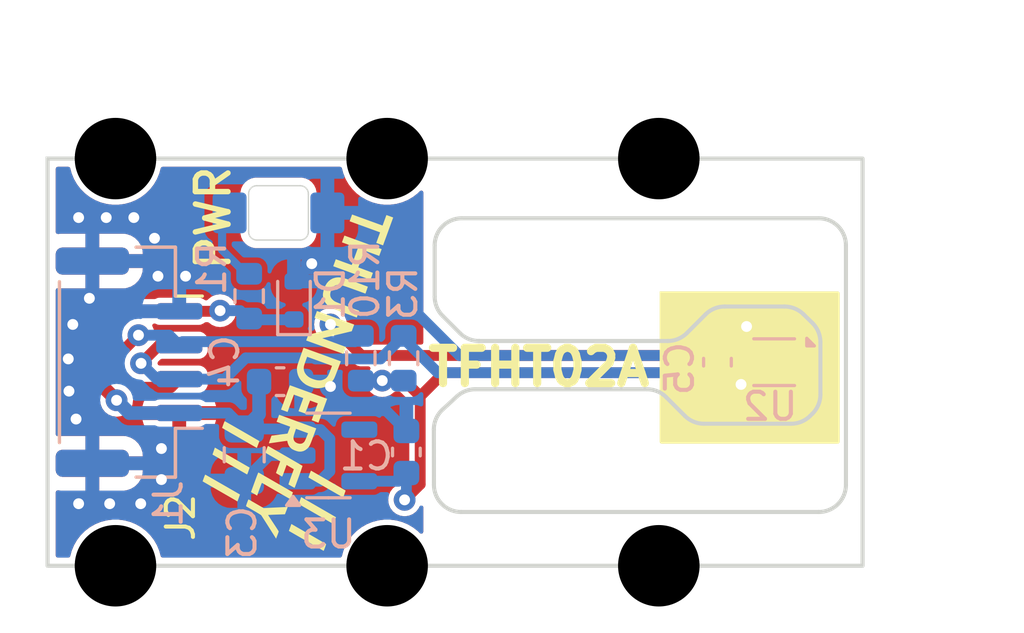
<source format=kicad_pcb>
(kicad_pcb (version 20240108) (generator "pcbnew") (generator_version "8.0")
  (title_block (title "TFHT02A") (date "%d. %m. %Y") (company "ThunderFly s.r.o.") (comment 1 "UAV Humidity and Temperature \\n sensor \\n ") (comment 2 "kaklik  <info@thunderfly.cz>"))
  (layers (0 "F.Cu" jumper) (31 "B.Cu" signal) (34 "B.Paste" user) (35 "F.Paste" user) (36 "B.SilkS" user "B.Silkscreen") (37 "F.SilkS" user "F.Silkscreen") (38 "B.Mask" user) (39 "F.Mask" user) (44 "Edge.Cuts" user))
  (net 0 "")
  (net 1 "GND")
  (net 2 "Net-(D2-A)")
  (net 3 "+3V3")
  (net 4 "+5V")
  (net 5 "/SDA")
  (net 6 "/SCL")
  (footprint "MLAB_LOGA:TF 14x6,6" (layer "F.Cu") (at 142.481 112.892 -110)
    (property "Reference" "G***" (hide yes))
    (property "Value" "LOGO" (hide yes))
    (fp_poly (pts (xy -5.124078 -0.46833) (xy -5.53731 -0.468329) (xy -5.537311 0.725452) (xy -5.803615 0.725453) (xy -5.803615 -0.46833) (xy -6.216847 -0.468329) (xy -6.216847 -0.734635) (xy -5.124078 -0.734635)) (fill solid) (layer "F.SilkS"))
    (fp_poly (pts (xy 1.827405 -0.46833) (xy 1.166232 -0.46833) (xy 1.166233 -0.165583) (xy 1.421061 -0.163142) (xy 1.675886 -0.160701) (xy 1.680982 0.101013) (xy 1.166233 0.101014) (xy 1.166234 0.46833) (xy 1.845771 0.46833) (xy 1.845771 0.725452) (xy 0.890744 0.725452) (xy 0.890746 -0.734635) (xy 1.827405 -0.734635)) (fill solid) (layer "F.SilkS"))
    (fp_poly (pts (xy -3.774186 0.725452) (xy -4.049674 0.725452) (xy -4.049674 0.101013) (xy -4.710846 0.101013) (xy -4.710845 0.725452) (xy -4.977151 0.725451) (xy -4.977151 -0.734635) (xy -4.710846 -0.734635) (xy -4.710847 -0.156111) (xy -4.049936 -0.15611) (xy -4.04751 -0.443076) (xy -4.045083 -0.730044) (xy -3.909633 -0.732584) (xy -3.774185 -0.735126)) (fill solid) (layer "F.SilkS"))
    (fp_poly (pts (xy -0.867787 -0.730042) (xy -0.865436 -0.002296) (xy -0.863085 0.725452) (xy -1.092751 0.725452) (xy -1.42105 0.232977) (xy -1.749349 -0.259499) (xy -1.751724 0.232976) (xy -1.7541 0.725453) (xy -2.020245 0.725451) (xy -2.020245 -0.734636) (xy -1.889389 -0.734629) (xy -1.758532 -0.734625) (xy -1.450903 -0.269535) (xy -1.143275 0.195556) (xy -1.140895 -0.269785) (xy -1.138516 -0.735125)) (fill solid) (layer "F.SilkS"))
    (fp_poly (pts (xy 4.476585 1.076238) (xy 4.501275 1.07799) (xy 4.514239 1.081184) (xy 4.517706 1.085637) (xy 4.516099 1.096323) (xy 4.511539 1.123703) (xy 4.504267 1.166389) (xy 4.494523 1.222991) (xy 4.482549 1.292117) (xy 4.468587 1.37238) (xy 4.452878 1.462386) (xy 4.435664 1.560745) (xy 4.417186 1.666071) (xy 4.397686 1.77697) (xy 4.39123 1.81363) (xy 4.265055 2.5299) (xy 3.992879 2.534991) (xy 3.998826 2.500305) (xy 4.001344 2.485849) (xy 4.006781 2.454782) (xy 4.014878 2.408578) (xy 4.025378 2.348718) (xy 4.038019 2.276675) (xy 4.052545 2.193927) (xy 4.068694 2.101951) (xy 4.086209 2.002224) (xy 4.104829 1.896223) (xy 4.124295 1.785421) (xy 4.1266 1.772307) (xy 4.248424 1.078995) (xy 4.383213 1.076454) (xy 4.437968 1.075777)) (fill solid) (layer "F.SilkS"))
    (fp_poly (pts (xy 4.100543 -2.500304) (xy 4.098027 -2.485849) (xy 4.092589 -2.454783) (xy 4.084487 -2.40858) (xy 4.073981 -2.348721) (xy 4.06133 -2.276679) (xy 4.046793 -2.193935) (xy 4.030631 -2.101961) (xy 4.013102 -2.002236) (xy 3.994467 -1.896237) (xy 3.97498 -1.785438) (xy 3.972671 -1.772306) (xy 3.850727 -1.078995) (xy 3.716037 -1.076453) (xy 3.661304 -1.075775) (xy 3.622706 -1.076238) (xy 3.598035 -1.077992) (xy 3.585088 -1.081191) (xy 3.581637 -1.085636) (xy 3.583238 -1.096323) (xy 3.587796 -1.123703) (xy 3.595062 -1.16639) (xy 3.604797 -1.222993) (xy 3.616762 -1.292121) (xy 3.630713 -1.372383) (xy 3.646411 -1.462391) (xy 3.663612 -1.560753) (xy 3.682076 -1.66608) (xy 3.701562 -1.776981) (xy 3.708012 -1.81363) (xy 3.834098 -2.529898) (xy 4.106473 -2.534991)) (fill solid) (layer "F.SilkS"))
    (fp_poly (pts (xy 4.950769 -2.53329) (xy 4.995634 -2.532793) (xy 5.015489 -2.532447) (xy 5.148212 -2.529899) (xy 5.031054 -1.864136) (xy 5.01172 -1.754243) (xy 4.993097 -1.648327) (xy 4.975461 -1.547979) (xy 4.959095 -1.454791) (xy 4.944275 -1.370355) (xy 4.931282 -1.296262) (xy 4.920395 -1.234103) (xy 4.911893 -1.185472) (xy 4.906056 -1.15196) (xy 4.903371 -1.136388) (xy 4.892845 -1.074403) (xy 4.618666 -1.074403) (xy 4.623624 -1.095066) (xy 4.625964 -1.107203) (xy 4.631219 -1.136009) (xy 4.639135 -1.180058) (xy 4.649462 -1.237923) (xy 4.661945 -1.308183) (xy 4.676332 -1.389414) (xy 4.692371 -1.48019) (xy 4.70981 -1.579086) (xy 4.728396 -1.684681) (xy 4.747875 -1.795549) (xy 4.752562 -1.822249) (xy 4.772139 -1.933632) (xy 4.790843 -2.039692) (xy 4.808427 -2.139048) (xy 4.824644 -2.230329) (xy 4.839248 -2.312149) (xy 4.851991 -2.383131) (xy 4.862625 -2.4419) (xy 4.870906 -2.487075) (xy 4.876584 -2.517278) (xy 4.879415 -2.531129) (xy 4.879655 -2.531884) (xy 4.889445 -2.532823) (xy 4.914261 -2.533295)) (fill solid) (layer "F.SilkS"))
    (fp_poly (pts (xy 5.569734 1.095065) (xy 5.567438 1.107256) (xy 5.562241 1.13609) (xy 5.554401 1.180118) (xy 5.544173 1.237891) (xy 5.531812 1.30796) (xy 5.517571 1.388874) (xy 5.501711 1.479186) (xy 5.484484 1.577445) (xy 5.466142 1.682201) (xy 5.446946 1.792007) (xy 5.445574 1.799856) (xy 5.426306 1.910101) (xy 5.407861 2.015504) (xy 5.390497 2.114602) (xy 5.374471 2.205933) (xy 5.36004 2.288036) (xy 5.347463 2.359447) (xy 5.336996 2.418706) (xy 5.328896 2.46435) (xy 5.323421 2.494917) (xy 5.320826 2.508943) (xy 5.320767 2.509237) (xy 5.31546 2.534491) (xy 5.183037 2.534491) (xy 5.127906 2.534071) (xy 5.089113 2.532697) (xy 5.06465 2.530194) (xy 5.052515 2.526389) (xy 5.050275 2.523013) (xy 5.051772 2.512367) (xy 5.056216 2.485022) (xy 5.063365 2.442365) (xy 5.072982 2.385781) (xy 5.084828 2.31666) (xy 5.098665 2.236388) (xy 5.114251 2.146353) (xy 5.131351 2.047942) (xy 5.149725 1.942544) (xy 5.169134 1.831544) (xy 5.175893 1.792969) (xy 5.30185 1.074404) (xy 5.574392 1.074404)) (fill solid) (layer "F.SilkS"))
    (fp_poly (pts (xy 3.279489 1.075573) (xy 3.324327 1.076094) (xy 3.344383 1.076447) (xy 3.477293 1.078995) (xy 3.364404 1.7218) (xy 3.345295 1.830586) (xy 3.326772 1.935991) (xy 3.309131 2.036315) (xy 3.292676 2.12986) (xy 3.277702 2.214923) (xy 3.264512 2.289806) (xy 3.253403 2.352806) (xy 3.244676 2.402224) (xy 3.23863 2.43636) (xy 3.236278 2.449548) (xy 3.221043 2.534491) (xy 3.088974 2.534491) (xy 3.037352 2.534384) (xy 3.001305 2.533794) (xy 2.978036 2.5323) (xy 2.964754 2.529489) (xy 2.958663 2.524948) (xy 2.956975 2.518257) (xy 2.956906 2.514868) (xy 2.958446 2.5032) (xy 2.962874 2.475318) (xy 2.969896 2.432886) (xy 2.979221 2.377574) (xy 2.990558 2.311043) (xy 3.003616 2.234961) (xy 3.018103 2.150994) (xy 3.033727 2.060808) (xy 3.050196 1.966068) (xy 3.06722 1.86844) (xy 3.084507 1.76959) (xy 3.101765 1.671184) (xy 3.118702 1.574886) (xy 3.135028 1.482364) (xy 3.150448 1.395283) (xy 3.164675 1.315308) (xy 3.177415 1.244105) (xy 3.188377 1.183341) (xy 3.197269 1.13468) (xy 3.2038 1.099789) (xy 3.207676 1.080333) (xy 3.208609 1.076762) (xy 3.218307 1.075912) (xy 3.243041 1.075514)) (fill solid) (layer "F.SilkS"))
    (fp_poly (pts (xy 6.112598 -2.534043) (xy 6.152429 -2.532809) (xy 6.181749 -2.53096) (xy 6.197316 -2.528661) (xy 6.19897 -2.527603) (xy 6.1975 -2.517692) (xy 6.193088 -2.491063) (xy 6.185974 -2.449088) (xy 6.176397 -2.393139) (xy 6.164589 -2.324586) (xy 6.15079 -2.244801) (xy 6.135236 -2.155156) (xy 6.118164 -2.057022) (xy 6.099812 -1.951771) (xy 6.080414 -1.840772) (xy 6.07285 -1.797559) (xy 5.946244 -1.074403) (xy 5.673595 -1.074403) (xy 5.678876 -1.099657) (xy 5.681278 -1.112601) (xy 5.686576 -1.142173) (xy 5.694515 -1.186917) (xy 5.704837 -1.245367) (xy 5.717286 -1.316061) (xy 5.731605 -1.397538) (xy 5.747534 -1.488335) (xy 5.764818 -1.58699) (xy 5.7832 -1.69204) (xy 5.802423 -1.802027) (xy 5.803647 -1.809038) (xy 5.822893 -1.919143) (xy 5.841301 -2.024302) (xy 5.858615 -2.123064) (xy 5.874582 -2.213981) (xy 5.888945 -2.295601) (xy 5.90145 -2.366476) (xy 5.911839 -2.425158) (xy 5.91986 -2.470197) (xy 5.925255 -2.500143) (xy 5.92777 -2.513547) (xy 5.927832 -2.513828) (xy 5.930312 -2.521882) (xy 5.935403 -2.527514) (xy 5.945989 -2.531157) (xy 5.964956 -2.53324) (xy 5.995192 -2.534203) (xy 6.039582 -2.534477) (xy 6.065504 -2.53449)) (fill solid) (layer "F.SilkS"))
    (fp_poly (pts (xy 4.782628 -0.732828) (xy 4.812325 -0.73184) (xy 4.828337 -0.730216) (xy 4.830225 -0.729277) (xy 4.828674 -0.718833) (xy 4.824242 -0.692159) (xy 4.817249 -0.651107) (xy 4.808025 -0.597531) (xy 4.796895 -0.533283) (xy 4.784184 -0.460217) (xy 4.770219 -0.380185) (xy 4.755322 -0.295038) (xy 4.739823 -0.206633) (xy 4.724046 -0.116821) (xy 4.708315 -0.027454) (xy 4.692958 0.059613) (xy 4.678299 0.142528) (xy 4.664666 0.219439) (xy 4.652382 0.288493) (xy 4.641774 0.347835) (xy 4.633168 0.395614) (xy 4.626889 0.429976) (xy 4.623263 0.449071) (xy 4.622563 0.45226) (xy 4.622162 0.457009) (xy 4.62543 0.460719) (xy 4.634327 0.463519) (xy 4.650813 0.465539) (xy 4.67685 0.4669) (xy 4.714398 0.467734) (xy 4.765418 0.468163) (xy 4.831872 0.468318) (xy 4.871104 0.46833) (xy 5.124428 0.468329) (xy 5.119955 0.488992) (xy 5.116411 0.507125) (xy 5.110771 0.537901) (xy 5.104027 0.575855) (xy 5.10116 0.592301) (xy 5.094143 0.63237) (xy 5.087727 0.66824) (xy 5.082959 0.694091) (xy 5.081771 0.700199) (xy 5.076704 0.725453) (xy 4.69175 0.725452) (xy 4.593627 0.725342) (xy 4.512522 0.724983) (xy 4.447088 0.724338) (xy 4.395976 0.723365) (xy 4.35784 0.722022) (xy 4.331334 0.720273) (xy 4.31511 0.718076) (xy 4.307821 0.715387) (xy 4.307097 0.713974) (xy 4.308703 0.703328) (xy 4.313262 0.675985) (xy 4.320534 0.633335) (xy 4.330277 0.576769) (xy 4.342251 0.507676) (xy 4.356212 0.427445) (xy 4.37192 0.337464) (xy 4.389133 0.239125) (xy 4.40761 0.133816) (xy 4.427109 0.022927) (xy 4.433572 -0.013774) (xy 4.559746 -0.730043) (xy 4.694986 -0.732584) (xy 4.742447 -0.733103)) (fill solid) (layer "F.SilkS"))
    (fp_poly (pts (xy -0.245643 -0.732135) (xy -0.15679 -0.730814) (xy -0.084079 -0.729494) (xy -0.025287 -0.728039) (xy 0.021811 -0.72632) (xy 0.059436 -0.724206) (xy 0.089814 -0.721561) (xy 0.115167 -0.718254) (xy 0.137719 -0.714156) (xy 0.159692 -0.709133) (xy 0.165293 -0.707733) (xy 0.274807 -0.671415) (xy 0.372725 -0.62111) (xy 0.45846 -0.557398) (xy 0.531424 -0.480854) (xy 0.591029 -0.392058) (xy 0.636687 -0.291585) (xy 0.657718 -0.223746) (xy 0.674081 -0.138423) (xy 0.682268 -0.04402) (xy 0.682204 0.052677) (xy 0.673816 0.144878) (xy 0.662205 0.206245) (xy 0.627451 0.313968) (xy 0.578341 0.411575) (xy 0.51575 0.497946) (xy 0.440558 0.571964) (xy 0.353641 0.632509) (xy 0.30948 0.655759) (xy 0.277146 0.671003) (xy 0.24847 0.683599) (xy 0.221295 0.69382) (xy 0.193463 0.701939) (xy 0.162819 0.708229) (xy 0.127205 0.712962) (xy 0.084464 0.716411) (xy 0.032439 0.718849) (xy -0.031025 0.720549) (xy -0.108086 0.721783) (xy -0.200901 0.722823) (xy -0.222685 0.723043) (xy -0.578524 0.726619) (xy -0.578523 0.486696) (xy -0.312219 0.486696) (xy -0.142787 0.486696) (xy -0.084937 0.48613) (xy -0.029878 0.484561) (xy 0.01832 0.482179) (xy 0.055594 0.479181) (xy 0.075307 0.476363) (xy 0.153468 0.450926) (xy 0.221789 0.410324) (xy 0.279513 0.355358) (xy 0.325886 0.286826) (xy 0.360147 0.205526) (xy 0.371722 0.163675) (xy 0.380774 0.107602) (xy 0.385203 0.040431) (xy 0.385084 -0.031182) (xy 0.380494 -0.100581) (xy 0.371506 -0.161111) (xy 0.367884 -0.176854) (xy 0.348725 -0.240423) (xy 0.325818 -0.291709) (xy 0.295974 -0.336788) (xy 0.265684 -0.371707) (xy 0.230185 -0.405843) (xy 0.193765 -0.432775) (xy 0.153725 -0.453271) (xy 0.107371 -0.468104) (xy 0.052004 -0.478048) (xy -0.015071 -0.483875) (xy -0.096552 -0.486356) (xy -0.135449 -0.486586) (xy -0.312219 -0.486695) (xy -0.312219 0.486696) (xy -0.578523 0.486696) (xy -0.578523 -0.736784)) (fill solid) (layer "F.SilkS"))
    (fp_poly (pts (xy 2.373789 -0.729308) (xy 2.470002 -0.728908) (xy 2.550029 -0.728018) (xy 2.61605 -0.726385) (xy 2.670243 -0.723758) (xy 2.714789 -0.719882) (xy 2.751866 -0.714504) (xy 2.783652 -0.707372) (xy 2.812328 -0.698231) (xy 2.840072 -0.686831) (xy 2.869064 -0.672916) (xy 2.871964 -0.671452) (xy 2.944665 -0.625443) (xy 3.002676 -0.56844) (xy 3.04593 -0.50052) (xy 3.072657 -0.428382) (xy 3.081212 -0.380529) (xy 3.085343 -0.322349) (xy 3.085175 -0.260093) (xy 3.080837 -0.200013) (xy 3.072458 -0.148361) (xy 3.066487 -0.126737) (xy 3.031104 -0.049643) (xy 2.980474 0.017371) (xy 2.915068 0.073737) (xy 2.888034 0.091287) (xy 2.865607 0.104876) (xy 2.850792 0.114029) (xy 2.847992 0.115865) (xy 2.851433 0.12422) (xy 2.862683 0.146917) (xy 2.880799 0.182148) (xy 2.904834 0.228112) (xy 2.933845 0.283002) (xy 2.966887 0.345014) (xy 3.003018 0.412341) (xy 3.004101 0.414355) (xy 3.040563 0.482106) (xy 3.074258 0.54481) (xy 3.104196 0.600616) (xy 3.129385 0.647676) (xy 3.148837 0.684141) (xy 3.161564 0.708161) (xy 3.166574 0.717887) (xy 3.166583 0.71791) (xy 3.158959 0.720413) (xy 3.135916 0.722567) (xy 3.100401 0.724219) (xy 3.055355 0.725219) (xy 3.018148 0.725453) (xy 2.866651 0.725452) (xy 2.7298 0.461443) (xy 2.592947 0.197434) (xy 2.323282 0.192351) (xy 2.323283 0.725453) (xy 2.047685 0.725452) (xy 2.050036 -0.002295) (xy 2.05014 -0.034574) (xy 2.323283 -0.034575) (xy 2.472506 -0.038961) (xy 2.540111 -0.041636) (xy 2.591832 -0.045341) (xy 2.630134 -0.050332) (xy 2.65748 -0.056861) (xy 2.662421 -0.058585) (xy 2.719569 -0.087484) (xy 2.761544 -0.126153) (xy 2.788953 -0.175487) (xy 2.8024 -0.236394) (xy 2.804072 -0.269993) (xy 2.797254 -0.338327) (xy 2.776333 -0.395378) (xy 2.741593 -0.440693) (xy 2.693319 -0.473809) (xy 2.672105 -0.48287) (xy 2.647131 -0.48968) (xy 2.611918 -0.494969) (xy 2.564025 -0.498986) (xy 2.501007 -0.50198) (xy 2.477097 -0.502768) (xy 2.323283 -0.50741) (xy 2.323283 -0.034575) (xy 2.05014 -0.034574) (xy 2.052387 -0.730043)) (fill solid) (layer "F.SilkS"))
    (fp_poly (pts (xy -3.232393 -0.303947) (xy -3.232169 -0.200346) (xy -3.231521 -0.104812) (xy -3.23048 -0.018993) (xy -3.22908 0.055449) (xy -3.22735 0.116859) (xy -3.22533 0.163584) (xy -3.223044 0.193967) (xy -3.222509 0.1983) (xy -3.205366 0.282891) (xy -3.179113 0.351934) (xy -3.142845 0.406305) (xy -3.095667 0.446884) (xy -3.036672 0.474548) (xy -2.964958 0.490179) (xy -2.919136 0.493992) (xy -2.835386 0.492175) (xy -2.76487 0.478132) (xy -2.706444 0.451066) (xy -2.658966 0.410182) (xy -2.621295 0.354686) (xy -2.592288 0.283778) (xy -2.585752 0.261738) (xy -2.581711 0.245953) (xy -2.578297 0.229099) (xy -2.575442 0.209468) (xy -2.573076 0.18536) (xy -2.571129 0.155068) (xy -2.569533 0.116887) (xy -2.56822 0.069113) (xy -2.567117 0.010042) (xy -2.56616 -0.062031) (xy -2.565278 -0.148812) (xy -2.564399 -0.252003) (xy -2.564267 -0.268601) (xy -2.560578 -0.734635) (xy -2.294736 -0.734635) (xy -2.297964 -0.227276) (xy -2.298678 -0.117759) (xy -2.299363 -0.024978) (xy -2.30008 0.052687) (xy -2.3009 0.116864) (xy -2.301895 0.169181) (xy -2.303127 0.211261) (xy -2.304668 0.244731) (xy -2.306584 0.271216) (xy -2.308942 0.292344) (xy -2.311813 0.309738) (xy -2.315264 0.325027) (xy -2.31936 0.339834) (xy -2.322047 0.348802) (xy -2.360462 0.448811) (xy -2.410787 0.535705) (xy -2.472479 0.608903) (xy -2.544994 0.66783) (xy -2.62779 0.711905) (xy -2.680222 0.730411) (xy -2.715297 0.738672) (xy -2.761245 0.746735) (xy -2.811522 0.75373) (xy -2.859587 0.758792) (xy -2.8989 0.761053) (xy -2.910749 0.760977) (xy -2.936934 0.759266) (xy -2.973015 0.756006) (xy -3.006864 0.752384) (xy -3.107178 0.732502) (xy -3.198235 0.697583) (xy -3.278955 0.648362) (xy -3.348259 0.585569) (xy -3.405069 0.50994) (xy -3.429392 0.465617) (xy -3.4457 0.430322) (xy -3.459662 0.395168) (xy -3.471434 0.358473) (xy -3.481186 0.318566) (xy -3.489078 0.273763) (xy -3.495273 0.222392) (xy -3.499936 0.162773) (xy -3.503228 0.093228) (xy -3.505313 0.012082) (xy -3.506355 -0.082345) (xy -3.506515 -0.191729) (xy -3.505958 -0.317747) (xy -3.505934 -0.321402) (xy -3.503288 -0.730043) (xy -3.367841 -0.732584) (xy -3.232393 -0.735126)) (fill solid) (layer "F.SilkS"))
    (fp_poly (pts (xy 6.217127 -0.732954) (xy 6.238941 -0.732594) (xy 6.375014 -0.730043) (xy 6.069245 -0.335177) (xy 6.011242 -0.260144) (xy 5.956392 -0.18894) (xy 5.905775 -0.122983) (xy 5.860469 -0.063694) (xy 5.821557 -0.012491) (xy 5.790117 0.029207) (xy 5.767229 0.059982) (xy 5.753973 0.078412) (xy 5.751247 0.082647) (xy 5.74674 0.097085) (xy 5.739683 0.127285) (xy 5.730547 0.170887) (xy 5.7198 0.225536) (xy 5.70791 0.288874) (xy 5.695348 0.358545) (xy 5.688192 0.399458) (xy 5.675719 0.471228) (xy 5.664068 0.537644) (xy 5.653642 0.59642) (xy 5.644855 0.645274) (xy 5.638116 0.681919) (xy 5.633832 0.704074) (xy 5.632635 0.709381) (xy 5.629051 0.715717) (xy 5.620765 0.720144) (xy 5.604941 0.723001) (xy 5.578743 0.724615) (xy 5.539334 0.72532) (xy 5.495369 0.725452) (xy 5.448408 0.72508) (xy 5.408764 0.724061) (xy 5.379674 0.722531) (xy 5.364371 0.72063) (xy 5.362835 0.719767) (xy 5.364368 0.709701) (xy 5.368727 0.683654) (xy 5.375549 0.64372) (xy 5.384471 0.592008) (xy 5.39513 0.530618) (xy 5.407166 0.461652) (xy 5.418071 0.399419) (xy 5.473308 0.08476) (xy 5.303285 -0.320088) (xy 5.269233 -0.401271) (xy 5.237457 -0.477229) (xy 5.208647 -0.546298) (xy 5.183494 -0.60681) (xy 5.162687 -0.657101) (xy 5.14692 -0.695504) (xy 5.136882 -0.720355) (xy 5.133264 -0.729987) (xy 5.133262 -0.730018) (xy 5.141924 -0.7316) (xy 5.165836 -0.73266) (xy 5.201888 -0.73314) (xy 5.246973 -0.732985) (xy 5.276675 -0.732572) (xy 5.420089 -0.730044) (xy 5.536093 -0.443289) (xy 5.563725 -0.37531) (xy 5.589271 -0.313092) (xy 5.611905 -0.2586) (xy 5.630794 -0.213802) (xy 5.645117 -0.180664) (xy 5.654044 -0.161151) (xy 5.656689 -0.15664) (xy 5.662979 -0.163797) (xy 5.678948 -0.18415) (xy 5.703393 -0.216108) (xy 5.73511 -0.258076) (xy 5.772892 -0.308456) (xy 5.815538 -0.365657) (xy 5.86184 -0.428081) (xy 5.872272 -0.442185) (xy 5.919428 -0.505743) (xy 5.963414 -0.564568) (xy 6.00299 -0.617042) (xy 6.036915 -0.661537) (xy 6.06395 -0.696429) (xy 6.082854 -0.720093) (xy 6.092385 -0.730904) (xy 6.093066 -0.731386) (xy 6.105306 -0.732548) (xy 6.132401 -0.733215) (xy 6.170843 -0.733361)) (fill solid) (layer "F.SilkS"))
    (fp_poly (pts (xy 4.153192 -0.734468) (xy 4.218971 -0.7341) (xy 4.276577 -0.73353) (xy 4.323798 -0.732754) (xy 4.358426 -0.731764) (xy 4.378245 -0.730554) (xy 4.382084 -0.72975) (xy 4.382355 -0.719407) (xy 4.379671 -0.69449) (xy 4.374499 -0.658471) (xy 4.367298 -0.614827) (xy 4.365297 -0.603484) (xy 4.357308 -0.558261) (xy 4.350637 -0.51962) (xy 4.345891 -0.491121) (xy 4.343669 -0.476316) (xy 4.343579 -0.475218) (xy 4.334743 -0.473555) (xy 4.309703 -0.472037) (xy 4.270613 -0.470714) (xy 4.219636 -0.469633) (xy 4.158932 -0.46885) (xy 4.090659 -0.468407) (xy 4.045736 -0.468329) (xy 3.747941 -0.468329) (xy 3.738384 -0.420119) (xy 3.73227 -0.388081) (xy 3.724508 -0.345759) (xy 3.716527 -0.300975) (xy 3.714483 -0.289262) (xy 3.707562 -0.249939) (xy 3.701339 -0.215546) (xy 3.696807 -0.191543) (xy 3.695664 -0.185954) (xy 3.691191 -0.165293) (xy 3.920939 -0.165293) (xy 3.995237 -0.165088) (xy 4.052851 -0.16442) (xy 4.095457 -0.163203) (xy 4.124738 -0.161356) (xy 4.142368 -0.158794) (xy 4.150026 -0.155431) (xy 4.150674 -0.153814) (xy 4.149089 -0.14117) (xy 4.144857 -0.114824) (xy 4.138755 -0.079122) (xy 4.131554 -0.038404) (xy 4.124029 0.002983) (xy 4.116952 0.040698) (xy 4.111096 0.070396) (xy 4.108985 0.080351) (xy 4.104424 0.101014) (xy 3.645977 0.101013) (xy 3.641288 0.121674) (xy 3.638526 0.136005) (xy 3.633143 0.165832) (xy 3.625593 0.208545) (xy 3.616336 0.261535) (xy 3.60583 0.322192) (xy 3.594916 0.385684) (xy 3.583314 0.453127) (xy 3.572217 0.517118) (xy 3.562151 0.574659) (xy 3.553642 0.622753) (xy 3.547217 0.658405) (xy 3.543679 0.677241) (xy 3.534129 0.725452) (xy 3.401627 0.725452) (xy 3.349277 0.725225) (xy 3.31261 0.724347) (xy 3.288954 0.72252) (xy 3.275634 0.719446) (xy 3.269968 0.714829) (xy 3.269125 0.710744) (xy 3.270682 0.699022) (xy 3.275156 0.671047) (xy 3.282249 0.628492) (xy 3.291669 0.573028) (xy 3.30312 0.506329) (xy 3.316308 0.430068) (xy 3.330938 0.345917) (xy 3.346712 0.255548) (xy 3.363339 0.160635) (xy 3.380523 0.062851) (xy 3.397966 -0.036135) (xy 3.415377 -0.134647) (xy 3.432458 -0.231014) (xy 3.448918 -0.323561) (xy 3.464456 -0.410618) (xy 3.478782 -0.490511) (xy 3.4916 -0.561568) (xy 3.502613 -0.622115) (xy 3.511528 -0.670481) (xy 3.518049 -0.704995) (xy 3.521881 -0.723981) (xy 3.522726 -0.727183) (xy 3.532443 -0.728583) (xy 3.558316 -0.729857) (xy 3.59813 -0.730994) (xy 3.649675 -0.731991) (xy 3.710741 -0.732841) (xy 3.779112 -0.733536) (xy 3.85258 -0.73407) (xy 3.928935 -0.734438) (xy 4.005962 -0.734632) (xy 4.081452 -0.734642)) (fill solid) (layer "F.SilkS"))
  )
  (footprint "Mlab_Mechanical:dira_3mm" (layer "F.Cu") (at 145.075 105.131)
    (property "Reference" "M4" (hide yes))
    (property "Value" "M3" (hide yes))
    (pad "" np_thru_hole circle (at 0 0) (size 3 3) (drill 3) (layers "*.Mask"))
  )
  (footprint "Connector_JST:JST_GH_SM04B-GHS-TB_1x04-1MP_P1.25mm_Horizontal" (layer "F.Cu") (at 135.5722 112.631 -90)
    (property "Reference" "J2" (at 5.722 -1.899 90) (layer "F.SilkS"))
    (property "Value" "SM04B-GHS-TB")
    (fp_line (start -2.965 2.56) (end 2.965 2.56) (stroke (width 0.12)) (layer "F.SilkS"))
    (fp_line (start -4.235 -0.26) (end -4.235 -1.71) (stroke (width 0.12)) (layer "F.SilkS"))
    (fp_line (start 4.235 -0.26) (end 4.235 -1.71) (stroke (width 0.12)) (layer "F.SilkS"))
    (fp_line (start -4.235 -1.71) (end -2.435 -1.71) (stroke (width 0.12)) (layer "F.SilkS"))
    (fp_line (start -2.435 -1.71) (end -2.435 -2.7) (stroke (width 0.12)) (layer "F.SilkS"))
    (fp_line (start 4.235 -1.71) (end 2.435 -1.71) (stroke (width 0.12)) (layer "F.SilkS"))
    (pad "1" smd roundrect (at -1.875 -1.85 270) (size 0.6 1.7) (layers "F.Cu" "F.Paste" "F.Mask") (net 4 "+5V"))
    (pad "2" smd roundrect (at -0.625 -1.85 270) (size 0.6 1.7) (layers "F.Cu" "F.Paste" "F.Mask") (net 6 "/SCL"))
    (pad "3" smd roundrect (at 0.625 -1.85 270) (size 0.6 1.7) (layers "F.Cu" "F.Paste" "F.Mask") (net 5 "/SDA"))
    (pad "4" smd roundrect (at 1.875 -1.85 270) (size 0.6 1.7) (layers "F.Cu" "F.Paste" "F.Mask") (net 1 "GND"))
    (pad "MP" smd roundrect (at -3.725 1.35 270) (size 1 2.7) (layers "F.Cu" "F.Paste" "F.Mask") (net 1 "GND"))
    (pad "MP" smd roundrect (at 3.725 1.35 270) (size 1 2.7) (layers "F.Cu" "F.Paste" "F.Mask") (net 1 "GND"))
  )
  (footprint "Mlab_Mechanical:dira_3mm" (layer "F.Cu") (at 145.075 120.131)
    (property "Reference" "M2" (hide yes))
    (property "Value" "M3" (hide yes))
    (pad "" np_thru_hole circle (at 0 0) (size 3 3) (drill 3) (layers "*.Mask"))
  )
  (footprint "Mlab_Mechanical:dira_3mm" (layer "F.Cu") (at 135.075 105.131)
    (property "Reference" "M6" (hide yes))
    (property "Value" "M3" (hide yes))
    (pad "" np_thru_hole circle (at 0 0) (size 3 3) (drill 3) (layers "*.Mask"))
  )
  (footprint "Mlab_Mechanical:dira_3mm" (layer "F.Cu") (at 155.075 120.131)
    (property "Reference" "M5" (hide yes))
    (property "Value" "M3" (hide yes))
    (pad "" np_thru_hole circle (at 0 0) (size 3 3) (drill 3) (layers "*.Mask"))
  )
  (footprint "Mlab_Mechanical:dira_3mm" (layer "F.Cu") (at 155.075 105.131)
    (property "Reference" "M1" (hide yes))
    (property "Value" "M3" (hide yes))
    (pad "" np_thru_hole circle (at 0 0) (size 3 3) (drill 3) (layers "*.Mask"))
  )
  (footprint "Mlab_Mechanical:dira_3mm" (layer "F.Cu") (at 135.075 120.131)
    (property "Reference" "M3" (hide yes))
    (property "Value" "M3" (hide yes))
    (pad "" np_thru_hole circle (at 0 0) (size 3 3) (drill 3) (layers "*.Mask"))
  )
  (footprint "Sensor_Humidity:Sensirion_DFN-4_1.5x1.5mm_P0.8mm_SHT4x_NoCentralPad" (layer "B.Cu") (at 159.3212 112.631 180)
    (property "Reference" "U2" (at 0.1473 -1.6326 0) (layer "B.SilkS") (effects (justify mirror)))
    (property "Value" "SHT4x")
    (fp_line (start 0.75 0.86) (end -0.75 0.86) (stroke (width 0.12)) (layer "B.SilkS"))
    (fp_line (start 0.75 -0.86) (end -0.75 -0.86) (stroke (width 0.12)) (layer "B.SilkS"))
    (fp_poly (pts (xy -1.2 0.6) (xy -1.48 0.6) (xy -1.2 0.88) (xy -1.2 0.6)) (stroke (width 0.12)) (fill solid) (layer "B.SilkS"))
    (pad "1" smd rect (at -0.7 0.4 180) (size 0.5 0.3) (layers "B.Cu" "B.Paste" "B.Mask") (net 5 "/SDA"))
    (pad "2" smd rect (at -0.7 -0.4 180) (size 0.5 0.3) (layers "B.Cu" "B.Paste" "B.Mask") (net 6 "/SCL"))
    (pad "3" smd rect (at 0.7 -0.4 180) (size 0.5 0.3) (layers "B.Cu" "B.Paste" "B.Mask") (net 3 "+3V3"))
    (pad "4" smd rect (at 0.7 0.4 180) (size 0.5 0.3) (layers "B.Cu" "B.Paste" "B.Mask") (net 1 "GND"))
    (zone (net 0) (net_name "") (layer "B.Cu") (connect_pads (clearance 0)) (min_thickness 0.254)
      (keepout (tracks not_allowed) (vias not_allowed) (pads allowed) (copperpour not_allowed) (footprints allowed))
      (fill (thermal_gap 0.508) (thermal_bridge_width 0.508))
      (polygon (pts (xy 158.5712 112.081) (xy 158.8712 112.081) (xy 158.8712 112.381) (xy 158.5712 112.381) (xy 158.5712 112.881) (xy 158.8712 112.881) (xy 158.8712 113.181) (xy 158.5712 113.181) (xy 158.5712 113.381) (xy 160.0712 113.381) (xy 160.0712 113.181) (xy 159.7712 113.181) (xy 159.7712 112.881) (xy 160.0712 112.881) (xy 160.0712 112.381) (xy 159.7712 112.381) (xy 159.7712 112.081) (xy 160.0712 112.081) (xy 160.0712 111.881) (xy 158.5712 111.881)))
    )
  )
  (footprint "Mlab_D:LED_1206_mill" (layer "B.Cu") (at 141.075 107.131)
    (property "Reference" "D2" (hide yes))
    (property "Value" "LED GREEN" (hide yes))
    (fp_line (start -1.1 -0.7) (end -1.1 0.7) (stroke (width 0.05)) (layer "Edge.Cuts"))
    (fp_line (start -0.8 1) (end 0.8 1) (stroke (width 0.05)) (layer "Edge.Cuts"))
    (fp_line (start 0.8 -1) (end -0.8 -1) (stroke (width 0.05)) (layer "Edge.Cuts"))
    (fp_line (start 1.1 0.7) (end 1.1 -0.7) (stroke (width 0.05)) (layer "Edge.Cuts"))
    (fp_arc (start -1.1 -0.7) (mid -1.012132 -0.912132) (end -0.8 -1) (stroke (width 0.05)) (layer "Edge.Cuts"))
    (fp_arc (start -0.8 1) (mid -1.012132 0.912132) (end -1.1 0.7) (stroke (width 0.05)) (layer "Edge.Cuts"))
    (fp_arc (start 0.8 -1) (mid 1.012132 -0.912132) (end 1.1 -0.7) (stroke (width 0.05)) (layer "Edge.Cuts"))
    (fp_arc (start 1.1 0.7) (mid 1.012132 0.912132) (end 0.8 1) (stroke (width 0.05)) (layer "Edge.Cuts"))
    (pad "1" smd roundrect (at 1.8 0 180) (size 1.25 1.5) (layers "B.Cu" "B.Paste" "B.Mask") (roundrect_rratio 0.1333336) (net 1 "GND") (clearance 0.3))
    (pad "2" smd roundrect (at -1.8 0) (size 1.25 1.5) (layers "B.Cu" "B.Paste" "B.Mask") (roundrect_rratio 0.1333336) (net 2 "Net-(D2-A)") (clearance 0.3))
  )
  (footprint "Capacitor_SMD:C_0603_1608Metric" (layer "B.Cu") (at 141.1348 113.3492)
    (property "Reference" "C4" (at -2.032 -0.7366 -90) (layer "B.SilkS") (effects (justify mirror)))
    (property "Value" "100nF")
    (fp_line (start 0.14058 -0.51) (end -0.14058 -0.51) (stroke (width 0.12)) (layer "B.SilkS"))
    (fp_line (start 0.14058 0.51) (end -0.14058 0.51) (stroke (width 0.12)) (layer "B.SilkS"))
    (pad "1" smd roundrect (at -0.775 0) (size 0.9 0.95) (layers "B.Cu" "B.Paste" "B.Mask") (net 4 "+5V"))
    (pad "2" smd roundrect (at 0.775 0) (size 0.9 0.95) (layers "B.Cu" "B.Paste" "B.Mask") (net 1 "GND"))
  )
  (footprint "Diode_SMD:D_SOD-523" (layer "B.Cu") (at 141.646 110.356 90)
    (property "Reference" "D1" (at 0.258 1.343 90) (layer "B.SilkS") (effects (justify mirror)))
    (property "Value" "BZX585-B5V6.115")
    (fp_line (start -1.26 -0.6) (end 0.7 -0.6) (stroke (width 0.12)) (layer "B.SilkS"))
    (fp_line (start -1.26 -0.6) (end -1.26 0.6) (stroke (width 0.12)) (layer "B.SilkS"))
    (fp_line (start -1.26 0.6) (end 0.7 0.6) (stroke (width 0.12)) (layer "B.SilkS"))
    (pad "1" smd roundrect (at -0.7 0 270) (size 0.6 0.7) (layers "B.Cu" "B.Paste" "B.Mask") (net 4 "+5V"))
    (pad "2" smd roundrect (at 0.7 0 270) (size 0.6 0.7) (layers "B.Cu" "B.Paste" "B.Mask") (net 1 "GND"))
  )
  (footprint "Connector_JST:JST_GH_SM04B-GHS-TB_1x04-1MP_P1.25mm_Horizontal" (layer "B.Cu") (at 135.5722 112.631 90)
    (property "Reference" "J1" (at -5.214 1.4478 90) (layer "B.SilkS") (effects (justify mirror)))
    (property "Value" "SM04B-GHS-TB")
    (fp_line (start 2.965 -2.56) (end -2.965 -2.56) (stroke (width 0.12)) (layer "B.SilkS"))
    (fp_line (start 4.235 1.71) (end 4.235 0.26) (stroke (width 0.12)) (layer "B.SilkS"))
    (fp_line (start 2.435 1.71) (end 4.235 1.71) (stroke (width 0.12)) (layer "B.SilkS"))
    (fp_line (start -2.435 1.71) (end -4.235 1.71) (stroke (width 0.12)) (layer "B.SilkS"))
    (fp_line (start -4.235 1.71) (end -4.235 0.26) (stroke (width 0.12)) (layer "B.SilkS"))
    (fp_line (start -2.435 2.7) (end -2.435 1.71) (stroke (width 0.12)) (layer "B.SilkS"))
    (pad "1" smd roundrect (at -1.875 1.85 90) (size 0.6 1.7) (layers "B.Cu" "B.Paste" "B.Mask") (net 4 "+5V"))
    (pad "2" smd roundrect (at -0.625 1.85 90) (size 0.6 1.7) (layers "B.Cu" "B.Paste" "B.Mask") (net 6 "/SCL"))
    (pad "3" smd roundrect (at 0.625 1.85 90) (size 0.6 1.7) (layers "B.Cu" "B.Paste" "B.Mask") (net 5 "/SDA"))
    (pad "4" smd roundrect (at 1.875 1.85 90) (size 0.6 1.7) (layers "B.Cu" "B.Paste" "B.Mask") (net 1 "GND"))
    (pad "MP" smd roundrect (at -3.725 -1.35 90) (size 1 2.7) (layers "B.Cu" "B.Paste" "B.Mask") (net 1 "GND"))
    (pad "MP" smd roundrect (at 3.725 -1.35 90) (size 1 2.7) (layers "B.Cu" "B.Paste" "B.Mask") (net 1 "GND"))
  )
  (footprint "Capacitor_SMD:C_0603_1608Metric" (layer "B.Cu") (at 157.2333 112.631 90)
    (property "Reference" "C5" (at -0.2356 -1.3919 90) (layer "B.SilkS") (effects (justify mirror)))
    (property "Value" "100nF")
    (fp_line (start 0.14058 -0.51) (end -0.14058 -0.51) (stroke (width 0.12)) (layer "B.SilkS"))
    (fp_line (start 0.14058 0.51) (end -0.14058 0.51) (stroke (width 0.12)) (layer "B.SilkS"))
    (pad "1" smd roundrect (at -0.775 0 90) (size 0.9 0.95) (layers "B.Cu" "B.Paste" "B.Mask") (net 3 "+3V3"))
    (pad "2" smd roundrect (at 0.775 0 90) (size 0.9 0.95) (layers "B.Cu" "B.Paste" "B.Mask") (net 1 "GND"))
  )
  (footprint "Capacitor_SMD:C_0603_1608Metric" (layer "B.Cu") (at 145.783 115.94 90)
    (property "Reference" "C1" (at -0.1524 -1.4732 180) (layer "B.SilkS") (effects (justify mirror)))
    (property "Value" "1uF")
    (fp_line (start 0.14058 -0.51) (end -0.14058 -0.51) (stroke (width 0.12)) (layer "B.SilkS"))
    (fp_line (start 0.14058 0.51) (end -0.14058 0.51) (stroke (width 0.12)) (layer "B.SilkS"))
    (pad "1" smd roundrect (at -0.775 0 90) (size 0.9 0.95) (layers "B.Cu" "B.Paste" "B.Mask") (net 3 "+3V3"))
    (pad "2" smd roundrect (at 0.775 0 90) (size 0.9 0.95) (layers "B.Cu" "B.Paste" "B.Mask") (net 1 "GND"))
  )
  (footprint "Capacitor_SMD:C_0805_2012Metric" (layer "B.Cu") (at 139.814 116.0416 -90)
    (property "Reference" "C3" (at 2.8702 0.0762 90) (layer "B.SilkS") (effects (justify mirror)))
    (property "Value" "10uF")
    (fp_line (start 0.261252 0.735) (end -0.261252 0.735) (stroke (width 0.12)) (layer "B.SilkS"))
    (fp_line (start 0.261252 -0.735) (end -0.261252 -0.735) (stroke (width 0.12)) (layer "B.SilkS"))
    (pad "1" smd roundrect (at -0.95 0 270) (size 1 1.45) (layers "B.Cu" "B.Paste" "B.Mask") (net 4 "+5V"))
    (pad "2" smd roundrect (at 0.95 0 270) (size 1 1.45) (layers "B.Cu" "B.Paste" "B.Mask") (net 1 "GND"))
  )
  (footprint "Package_TO_SOT_SMD:SOT-23-5" (layer "B.Cu") (at 142.9128 116.067)
    (property "Reference" "U3" (at 0 2.9 360) (layer "B.SilkS") (effects (justify mirror)))
    (property "Value" "MIC5504-3.3YM5")
    (fp_line (start -0.8 -1.56) (end 0 -1.56) (stroke (width 0.12)) (layer "B.SilkS"))
    (fp_line (start -0.8 1.56) (end 0 1.56) (stroke (width 0.12)) (layer "B.SilkS"))
    (fp_line (start 0.8 -1.56) (end 0 -1.56) (stroke (width 0.12)) (layer "B.SilkS"))
    (fp_line (start 0.8 1.56) (end 0 1.56) (stroke (width 0.12)) (layer "B.SilkS"))
    (fp_poly (pts (xy -1.3 1.51) (xy -1.54 1.84) (xy -1.06 1.84) (xy -1.3 1.51)) (stroke (width 0.12)) (fill solid) (layer "B.SilkS"))
    (pad "1" smd roundrect (at -1.1375 0.95) (size 1.325 0.6) (layers "B.Cu" "B.Paste" "B.Mask") (net 4 "+5V"))
    (pad "2" smd roundrect (at -1.1375 0) (size 1.325 0.6) (layers "B.Cu" "B.Paste" "B.Mask") (net 1 "GND"))
    (pad "3" smd roundrect (at -1.1375 -0.95) (size 1.325 0.6) (layers "B.Cu" "B.Paste" "B.Mask") (net 4 "+5V"))
    (pad "4" smd roundrect (at 1.1375 -0.95) (size 1.325 0.6) (layers "B.Cu" "B.Paste" "B.Mask"))
    (pad "5" smd roundrect (at 1.1375 0.95) (size 1.325 0.6) (layers "B.Cu" "B.Paste" "B.Mask") (net 3 "+3V3"))
  )
  (footprint "Resistor_SMD:R_0603_1608Metric" (layer "B.Cu") (at 145.6814 112.4856 90)
    (property "Reference" "R3" (at 2.3876 -0.0254 90) (layer "B.SilkS") (effects (justify mirror)))
    (property "Value" "10k")
    (fp_line (start 0.237258 -0.5225) (end -0.237258 -0.5225) (stroke (width 0.12)) (layer "B.SilkS"))
    (fp_line (start 0.237258 0.5225) (end -0.237258 0.5225) (stroke (width 0.12)) (layer "B.SilkS"))
    (pad "1" smd roundrect (at -0.825 0 90) (size 0.8 0.95) (layers "B.Cu" "B.Paste" "B.Mask") (net 3 "+3V3"))
    (pad "2" smd roundrect (at 0.825 0 90) (size 0.8 0.95) (layers "B.Cu" "B.Paste" "B.Mask") (net 6 "/SCL"))
  )
  (footprint "Resistor_SMD:R_0603_1608Metric" (layer "B.Cu") (at 144.1066 112.4856 90)
    (property "Reference" "R10" (at 2.8956 0.1524 90) (layer "B.SilkS") (effects (justify mirror)))
    (property "Value" "10k")
    (fp_line (start 0.237258 -0.5225) (end -0.237258 -0.5225) (stroke (width 0.12)) (layer "B.SilkS"))
    (fp_line (start 0.237258 0.5225) (end -0.237258 0.5225) (stroke (width 0.12)) (layer "B.SilkS"))
    (pad "1" smd roundrect (at -0.825 0 90) (size 0.8 0.95) (layers "B.Cu" "B.Paste" "B.Mask") (net 3 "+3V3"))
    (pad "2" smd roundrect (at 0.825 0 90) (size 0.8 0.95) (layers "B.Cu" "B.Paste" "B.Mask") (net 5 "/SDA"))
  )
  (footprint "Resistor_SMD:R_0603_1608Metric" (layer "B.Cu") (at 139.996 110.1996 90)
    (property "Reference" "R1" (at 1.016 -1.3758 90) (layer "B.SilkS") (effects (justify mirror)))
    (property "Value" "1k")
    (fp_line (start 0.237258 -0.5225) (end -0.237258 -0.5225) (stroke (width 0.12)) (layer "B.SilkS"))
    (fp_line (start 0.237258 0.5225) (end -0.237258 0.5225) (stroke (width 0.12)) (layer "B.SilkS"))
    (pad "1" smd roundrect (at -0.825 0 90) (size 0.8 0.95) (layers "B.Cu" "B.Paste" "B.Mask") (net 4 "+5V"))
    (pad "2" smd roundrect (at 0.825 0 90) (size 0.8 0.95) (layers "B.Cu" "B.Paste" "B.Mask") (net 2 "Net-(D2-A)"))
  )
  (gr_rect (start 155.181 110.098) (end 161.658 115.559) (stroke (width 0.15)) (fill solid) (layer "F.SilkS"))
  (gr_line (start 161.9628 108.3294) (end 161.9628 117.1498) (stroke (width 0.15)) (layer "Edge.Cuts"))
  (gr_line (start 160.722295 111.180955) (end 160.400103 110.865766) (stroke (width 0.15)) (layer "Edge.Cuts"))
  (gr_arc (start 160.64254 114.613268) (mid 160.320788 114.824523) (end 159.943077 114.8986) (stroke (width 0.15)) (layer "Edge.Cuts"))
  (gr_line (start 160.9628 118.1498) (end 147.797235 118.1498) (stroke (width 0.15)) (layer "Edge.Cuts"))
  (gr_arc (start 161.023 113.820377) (mid 160.944816 114.208027) (end 160.722463 114.535046) (stroke (width 0.15)) (layer "Edge.Cuts"))
  (gr_line (start 156.738214 114.8986) (end 159.943077 114.8986) (stroke (width 0.15)) (layer "Edge.Cuts"))
  (gr_arc (start 160.9628 107.3294) (mid 161.669907 107.622293) (end 161.9628 108.3294) (stroke (width 0.15)) (layer "Edge.Cuts"))
  (gr_arc (start 161.9628 117.1498) (mid 161.669907 117.856907) (end 160.9628 118.1498) (stroke (width 0.15)) (layer "Edge.Cuts"))
  (gr_arc (start 146.793636 115.112949) (mid 146.877871 114.70949) (end 147.117659 114.374259) (stroke (width 0.15)) (layer "Edge.Cuts"))
  (gr_line (start 146.8244 110.217186) (end 146.8244 108.3294) (stroke (width 0.15)) (layer "Edge.Cuts"))
  (gr_line (start 147.8244 107.3294) (end 160.9628 107.3294) (stroke (width 0.15)) (layer "Edge.Cuts"))
  (gr_arc (start 147.643753 113.891676) (mid 147.957049 113.696696) (end 148.319729 113.6286) (stroke (width 0.15)) (layer "Edge.Cuts"))
  (gr_line (start 148.319729 113.6286) (end 154.639786 113.6286) (stroke (width 0.15)) (layer "Edge.Cuts"))
  (gr_line (start 160.64254 114.613268) (end 160.722463 114.535046) (stroke (width 0.15)) (layer "Edge.Cuts"))
  (gr_rect (start 132.575 105.131) (end 162.575 120.131) (stroke (width 0.15)) (fill none) (layer "Edge.Cuts"))
  (gr_arc (start 156.793107 110.873493) (mid 157.117531 110.656725) (end 157.500214 110.5806) (stroke (width 0.15)) (layer "Edge.Cuts"))
  (gr_arc (start 156.738214 114.8986) (mid 156.355531 114.82248) (end 156.031107 114.605707) (stroke (width 0.15)) (layer "Edge.Cuts"))
  (gr_line (start 159.700808 110.5806) (end 157.500214 110.5806) (stroke (width 0.15)) (layer "Edge.Cuts"))
  (gr_arc (start 147.117293 110.924293) (mid 146.90052 110.59987) (end 146.8244 110.217186) (stroke (width 0.15)) (layer "Edge.Cuts"))
  (gr_line (start 156.793107 110.873493) (end 156.108893 111.557707) (stroke (width 0.15)) (layer "Edge.Cuts"))
  (gr_line (start 146.797237 117.151566) (end 146.793636 115.112949) (stroke (width 0.15)) (layer "Edge.Cuts"))
  (gr_arc (start 159.700808 110.5806) (mid 160.078408 110.654635) (end 160.400103 110.865766) (stroke (width 0.15)) (layer "Edge.Cuts"))
  (gr_arc (start 146.8244 108.3294) (mid 147.117293 107.622293) (end 147.8244 107.3294) (stroke (width 0.15)) (layer "Edge.Cuts"))
  (gr_arc (start 148.457814 111.8506) (mid 148.075128 111.774484) (end 147.750707 111.557707) (stroke (width 0.15)) (layer "Edge.Cuts"))
  (gr_arc (start 156.108893 111.557707) (mid 155.784469 111.774475) (end 155.401786 111.8506) (stroke (width 0.15)) (layer "Edge.Cuts"))
  (gr_line (start 155.346893 113.921493) (end 156.031107 114.605707) (stroke (width 0.15)) (layer "Edge.Cuts"))
  (gr_line (start 147.117659 114.374259) (end 147.643753 113.891676) (stroke (width 0.15)) (layer "Edge.Cuts"))
  (gr_arc (start 147.797235 118.1498) (mid 147.090753 117.857531) (end 146.797237 117.151566) (stroke (width 0.15)) (layer "Edge.Cuts"))
  (gr_line (start 155.401786 111.8506) (end 148.457814 111.8506) (stroke (width 0.15)) (layer "Edge.Cuts"))
  (gr_line (start 147.750707 111.557707) (end 147.117293 110.924293) (stroke (width 0.15)) (layer "Edge.Cuts"))
  (gr_arc (start 160.722295 111.180955) (mid 160.944763 111.508035) (end 161.023 111.895788) (stroke (width 0.15)) (layer "Edge.Cuts"))
  (gr_arc (start 154.639786 113.6286) (mid 155.022469 113.70472) (end 155.346893 113.921493) (stroke (width 0.15)) (layer "Edge.Cuts"))
  (gr_line (start 161.023 113.820377) (end 161.023 111.895788) (stroke (width 0.15)) (layer "Edge.Cuts"))
  (gr_text "PWR" (at 138.671 109.336 90) (layer "F.SilkS") (effects (font (size 1.2 1.2) (thickness 0.2)) (justify left)))
  (gr_text "TFHT02A" (at 150.6598 112.8158 0) (layer "F.SilkS") (effects (font (size 1.3 1.3) (thickness 0.3))))
  (segment (start 140.957 114.506) (end 137.4222 114.506) (width 0.4) (layer "F.Cu") (net 1))
  (segment (start 142.296 109.006) (end 138.112 109.006) (width 0.4) (layer "F.Cu") (net 1))
  (segment (start 142.989 113.527) (end 141.936 113.527) (width 0.5) (layer "F.Cu") (net 1))
  (segment (start 142.2997 109.0023) (end 142.296 109.006) (width 0.4) (layer "F.Cu") (net 1))
  (segment (start 138.112 109.006) (end 137.655 109.463) (width 0.4) (layer "F.Cu") (net 1))
  (segment (start 141.936 113.527) (end 140.957 114.506) (width 0.5) (layer "F.Cu") (net 1))
  (via (at 136.766 115.813) (size 0.8) (drill 0.4) (layers "F.Cu" "B.Cu") (net 1))
  (via (at 133.718 107.304) (size 0.8) (drill 0.4) (layers "F.Cu" "B.Cu") (net 1))
  (via (at 136.512 108.066) (size 0.8) (drill 0.4) (layers "F.Cu" "B.Cu") (net 1))
  (via (at 134.734 107.304) (size 0.8) (drill 0.4) (layers "F.Cu" "B.Cu") (net 1))
  (via (at 135.75 107.304) (size 0.8) (drill 0.4) (layers "F.Cu" "B.Cu") (net 1))
  (via (at 133.62413 114.726322) (size 0.8) (drill 0.4) (layers "F.Cu" "B.Cu") (net 1))
  (via (at 133.718 117.845) (size 0.8) (drill 0.4) (layers "F.Cu" "B.Cu") (net 1))
  (via (at 142.989 113.527) (size 0.8) (drill 0.4) (layers "F.Cu" "B.Cu") (net 1))
  (via (at 134.114185 110.277733) (size 0.8) (drill 0.4) (layers "F.Cu" "B.Cu") (net 1))
  (via (at 136.004 117.845) (size 0.8) (drill 0.4) (layers "F.Cu" "B.Cu") (net 1))
  (via (at 136.766 116.956) (size 0.8) (drill 0.4) (layers "F.Cu" "B.Cu") (net 1))
  (via (at 133.503 111.241) (size 0.8) (drill 0.4) (layers "F.Cu" "B.Cu") (net 1))
  (via (at 134.861 117.845) (size 0.8) (drill 0.4) (layers "F.Cu" "B.Cu") (net 1))
  (via (at 137.655 109.463) (size 0.8) (drill 0.4) (layers "F.Cu" "B.Cu") (net 1))
  (via (at 133.337 112.511) (size 0.8) (drill 0.4) (layers "F.Cu" "B.Cu") (net 1))
  (via (at 142.2997 109.0023) (size 0.8) (drill 0.4) (layers "F.Cu" "B.Cu") (net 1))
  (via (at 133.362894 113.698028) (size 0.8) (drill 0.4) (layers "F.Cu" "B.Cu") (net 1))
  (via (at 136.639 109.463) (size 0.8) (drill 0.4) (layers "F.Cu" "B.Cu") (net 1))
  (segment (start 141.646 109.656) (end 142.0235 109.2785) (width 0.4) (layer "B.Cu") (net 1))
  (segment (start 142.8112 113.3492) (end 142.989 113.527) (width 0.5) (layer "B.Cu") (net 1))
  (segment (start 143.7002 110.4028) (end 142.2997 109.0023) (width 0.4) (layer "B.Cu") (net 1))
  (segment (start 141.7753 116.067) (end 140.7386 116.067) (width 0.4) (layer "B.Cu") (net 1))
  (segment (start 145.035 114.417) (end 143.879 114.417) (width 0.4) (layer "B.Cu") (net 1))
  (segment (start 140.7386 116.067) (end 139.814 116.9916) (width 0.4) (layer "B.Cu") (net 1))
  (segment (start 141.9098 113.3492) (end 142.8112 113.3492) (width 0.5) (layer "B.Cu") (net 1))
  (segment (start 142.2997 109.0023) (end 141.646 109.656) (width 0.4) (layer "B.Cu") (net 1))
  (segment (start 141.646 109.656) (end 142.875 108.427) (width 0.4) (layer "B.Cu") (net 1))
  (segment (start 147.73387 112.384) (end 145.75267 110.4028) (width 0.4) (layer "B.Cu") (net 1))
  (segment (start 143.879 114.417) (end 142.989 113.527) (width 0.4) (layer "B.Cu") (net 1))
  (segment (start 142.875 108.427) (end 142.875 107.131) (width 0.4) (layer "B.Cu") (net 1))
  (segment (start 158.6212 112.231) (end 157.6083 112.231) (width 0.3) (layer "B.Cu") (net 1))
  (segment (start 156.7053 112.384) (end 147.73387 112.384) (width 0.4) (layer "B.Cu") (net 1))
  (segment (start 145.75267 110.4028) (end 143.7002 110.4028) (width 0.4) (layer "B.Cu") (net 1))
  (segment (start 157.2333 111.856) (end 156.7053 112.384) (width 0.4) (layer "B.Cu") (net 1))
  (segment (start 157.6083 112.231) (end 157.2333 111.856) (width 0.3) (layer "B.Cu") (net 1))
  (segment (start 145.783 115.165) (end 145.035 114.417) (width 0.4) (layer "B.Cu") (net 1))
  (segment (start 139 108.4975) (end 139.996 109.4935) (width 0.3) (layer "B.Cu") (net 2))
  (segment (start 139 107.131) (end 139 108.4975) (width 0.3) (layer "B.Cu") (net 2))
  (segment (start 146.291 117.13015) (end 145.717674 117.703476) (width 0.4) (layer "F.Cu") (net 3))
  (segment (start 147.160468 113.019) (end 157.6702 113.019) (width 0.4) (layer "F.Cu") (net 3))
  (segment (start 157.6702 113.019) (end 158.102 113.4508) (width 0.4) (layer "F.Cu") (net 3))
  (segment (start 146.291 113.888468) (end 146.291 117.13015) (width 0.4) (layer "F.Cu") (net 3))
  (segment (start 144.894 113.3106) (end 145.713132 113.3106) (width 0.4) (layer "F.Cu") (net 3))
  (segment (start 146.291 113.888468) (end 147.160468 113.019) (width 0.4) (layer "F.Cu") (net 3))
  (segment (start 145.713132 113.3106) (end 146.291 113.888468) (width 0.4) (layer "F.Cu") (net 3))
  (via (at 144.894 113.3106) (size 0.8) (drill 0.4) (layers "F.Cu" "B.Cu") (net 3))
  (via (at 158.102 113.4508) (size 0.8) (drill 0.4) (layers "F.Cu" "B.Cu") (net 3))
  (via (at 145.717674 117.703476) (size 0.8) (drill 0.4) (layers "F.Cu" "B.Cu") (net 3))
  (segment (start 144.894 113.3106) (end 144.1066 113.3106) (width 0.4) (layer "B.Cu") (net 3))
  (segment (start 145.783 116.715) (end 145.783 117.63815) (width 0.4) (layer "B.Cu") (net 3))
  (segment (start 145.481 117.017) (end 145.783 116.715) (width 0.4) (layer "B.Cu") (net 3))
  (segment (start 145.783 117.63815) (end 145.717674 117.703476) (width 0.4) (layer "B.Cu") (net 3))
  (segment (start 145.6814 113.3106) (end 144.894 113.3106) (width 0.4) (layer "B.Cu") (net 3))
  (segment (start 144.0503 117.017) (end 145.481 117.017) (width 0.4) (layer "B.Cu") (net 3))
  (segment (start 158.102 113.4508) (end 157.2781 113.4508) (width 0.4) (layer "B.Cu") (net 3))
  (segment (start 157.6083 113.031) (end 157.2333 113.406) (width 0.3) (layer "B.Cu") (net 3))
  (segment (start 158.6212 113.031) (end 157.6083 113.031) (width 0.3) (layer "B.Cu") (net 3))
  (segment (start 138.902 110.756) (end 138.925 110.733) (width 0.4) (layer "F.Cu") (net 4))
  (segment (start 137.225 110.756) (end 138.902 110.756) (width 0.4) (layer "F.Cu") (net 4))
  (segment (start 137.4222 110.756) (end 135.600001 110.756) (width 0.5) (layer "F.Cu") (net 4))
  (segment (start 134.353 113.273) (end 135.115 114.035) (width 0.5) (layer "F.Cu") (net 4))
  (segment (start 134.353 112.003001) (end 134.353 113.273) (width 0.5) (layer "F.Cu") (net 4))
  (segment (start 135.600001 110.756) (end 134.353 112.003001) (width 0.5) (layer "F.Cu") (net 4))
  (via (at 135.115 114.035) (size 0.8) (drill 0.4) (layers "F.Cu" "B.Cu") (net 4))
  (via (at 138.925 110.733) (size 0.8) (drill 0.4) (layers "F.Cu" "B.Cu") (net 4))
  (segment (start 139.2284 114.506) (end 139.814 115.0916) (width 0.4) (layer "B.Cu") (net 4))
  (segment (start 137.4222 114.506) (end 139.2284 114.506) (width 0.4) (layer "B.Cu") (net 4))
  (segment (start 139.6605 110.733) (end 139.996 111.0685) (width 0.4) (layer "B.Cu") (net 4))
  (segment (start 139.996 111.0685) (end 141.6335 111.0685) (width 0.4) (layer "B.Cu") (net 4))
  (segment (start 135.586 114.506) (end 137.4222 114.506) (width 0.5) (layer "B.Cu") (net 4))
  (segment (start 139.814 115.0916) (end 141.7499 115.0916) (width 0.4) (layer "B.Cu") (net 4))
  (segment (start 135.115 114.035) (end 135.586 114.506) (width 0.5) (layer "B.Cu") (net 4))
  (segment (start 138.925 110.733) (end 139.6605 110.733) (width 0.4) (layer "B.Cu") (net 4))
  (segment (start 142.9636 115.4574) (end 142.9636 116.6512) (width 0.4) (layer "B.Cu") (net 4))
  (segment (start 142.9636 116.6512) (end 142.5978 117.017) (width 0.4) (layer "B.Cu") (net 4))
  (segment (start 141.7753 115.117) (end 142.6232 115.117) (width 0.4) (layer "B.Cu") (net 4))
  (segment (start 140.3598 113.3492) (end 140.3598 114.5458) (width 0.5) (layer "B.Cu") (net 4))
  (segment (start 142.5978 117.017) (end 141.7753 117.017) (width 0.4) (layer "B.Cu") (net 4))
  (segment (start 140.3598 114.5458) (end 139.814 115.0916) (width 0.5) (layer "B.Cu") (net 4))
  (segment (start 142.6232 115.117) (end 142.9636 115.4574) (width 0.4) (layer "B.Cu") (net 4))
  (segment (start 135.767371 113.556) (end 135.003 112.791629) (width 0.4) (layer "F.Cu") (net 5))
  (segment (start 158.3052 111.3172) (end 157.2384 112.384) (width 0.4) (layer "F.Cu") (net 5))
  (segment (start 157.2384 112.384) (end 144.132 112.384) (width 0.4) (layer "F.Cu") (net 5))
  (segment (start 137.4222 113.256) (end 137.1222 113.556) (width 0.4) (layer "F.Cu") (net 5))
  (segment (start 144.132 112.384) (end 142.989 111.241) (width 0.4) (layer "F.Cu") (net 5))
  (segment (start 137.1222 113.556) (end 135.767371 113.556) (width 0.4) (layer "F.Cu") (net 5))
  (segment (start 135.003 112.555083) (end 135.921443 111.63664) (width 0.4) (layer "F.Cu") (net 5))
  (segment (start 135.003 112.791629) (end 135.003 112.555083) (width 0.4) (layer "F.Cu") (net 5))
  (via (at 158.3052 111.3172) (size 0.8) (drill 0.4) (layers "F.Cu" "B.Cu") (net 5))
  (via (at 142.989 111.241) (size 0.8) (drill 0.4) (layers "F.Cu" "B.Cu") (net 5))
  (via (at 135.921443 111.63664) (size 0.8) (drill 0.4) (layers "F.Cu" "B.Cu") (net 5))
  (segment (start 160.134 111.3172) (end 158.3052 111.3172) (width 0.3) (layer "B.Cu") (net 5))
  (segment (start 137.4222 112.006) (end 137.05284 111.63664) (width 0.4) (layer "B.Cu") (net 5))
  (segment (start 137.554 111.8742) (end 143.893 111.8742) (width 0.4) (layer "B.Cu") (net 5))
  (segment (start 160.5717 112.143132) (end 160.5717 111.7549) (width 0.3) (layer "B.Cu") (net 5))
  (segment (start 160.5717 111.7549) (end 160.134 111.3172) (width 0.3) (layer "B.Cu") (net 5))
  (segment (start 144.1066 111.6606) (end 143.4086 111.6606) (width 0.4) (layer "B.Cu") (net 5))
  (segment (start 143.893 111.8742) (end 144.1066 111.6606) (width 0.4) (layer "B.Cu") (net 5))
  (segment (start 160.0212 112.231) (end 160.483832 112.231) (width 0.3) (layer "B.Cu") (net 5))
  (segment (start 137.05284 111.63664) (end 135.921443 111.63664) (width 0.4) (layer "B.Cu") (net 5))
  (segment (start 137.4222 112.006) (end 137.554 111.8742) (width 0.4) (layer "B.Cu") (net 5))
  (segment (start 143.4086 111.6606) (end 142.989 111.241) (width 0.4) (layer "B.Cu") (net 5))
  (segment (start 160.483832 112.231) (end 160.5717 112.143132) (width 0.3) (layer "B.Cu") (net 5))
  (segment (start 137.4222 112.006) (end 136.683454 112.006) (width 0.4) (layer "F.Cu") (net 6))
  (segment (start 136.683454 112.006) (end 136.016098 112.673356) (width 0.4) (layer "F.Cu") (net 6))
  (via (at 136.016098 112.673356) (size 0.8) (drill 0.4) (layers "F.Cu" "B.Cu") (net 6))
  (segment (start 159.8622 114.256) (end 156.54435 114.256) (width 0.4) (layer "B.Cu") (net 6))
  (segment (start 160.5717 113.5465) (end 160.0324 114.0858) (width 0.3) (layer "B.Cu") (net 6))
  (segment (start 156.54435 114.256) (end 155.30735 113.019) (width 0.4) (layer "B.Cu") (net 6))
  (segment (start 160.0212 113.031) (end 160.483832 113.031) (width 0.3) (layer "B.Cu") (net 6))
  (segment (start 139.087882 113.256) (end 139.869682 112.4742) (width 0.4) (layer "B.Cu") (net 6))
  (segment (start 136.598742 113.256) (end 136.016098 112.673356) (width 0.4) (layer "B.Cu") (net 6))
  (segment (start 160.5717 113.118868) (end 160.5717 113.5465) (width 0.3) (layer "B.Cu") (net 6))
  (segment (start 144.8314 112.5106) (end 145.6814 111.6606) (width 0.4) (layer "B.Cu") (net 6))
  (segment (start 160.0324 114.0858) (end 159.8622 114.256) (width 0.4) (layer "B.Cu") (net 6))
  (segment (start 142.436318 112.5106) (end 144.8314 112.5106) (width 0.4) (layer "B.Cu") (net 6))
  (segment (start 160.483832 113.031) (end 160.5717 113.118868) (width 0.3) (layer "B.Cu") (net 6))
  (segment (start 146.9402 113.019) (end 145.6814 111.7602) (width 0.4) (layer "B.Cu") (net 6))
  (segment (start 155.30735 113.019) (end 146.9402 113.019) (width 0.4) (layer "B.Cu") (net 6))
  (segment (start 137.4222 113.256) (end 136.598742 113.256) (width 0.4) (layer "B.Cu") (net 6))
  (segment (start 139.869682 112.4742) (end 142.399918 112.4742) (width 0.4) (layer "B.Cu") (net 6))
  (segment (start 137.4222 113.256) (end 139.087882 113.256) (width 0.4) (layer "B.Cu") (net 6))
  (segment (start 142.399918 112.4742) (end 142.436318 112.5106) (width 0.4) (layer "B.Cu") (net 6))
  (zone (net 1) (net_name "GND") (layers "F&B.Cu") (connect_pads (clearance 0.2)) (min_thickness 0.15) (fill yes (thermal_gap 0.508) (thermal_bridge_width 0.508))
    (polygon (pts (xy 146.409921 102.114155) (xy 146.405019 122.613276) (xy 131.546 122.331) (xy 132.046 102.256)))
  )
)
</source>
